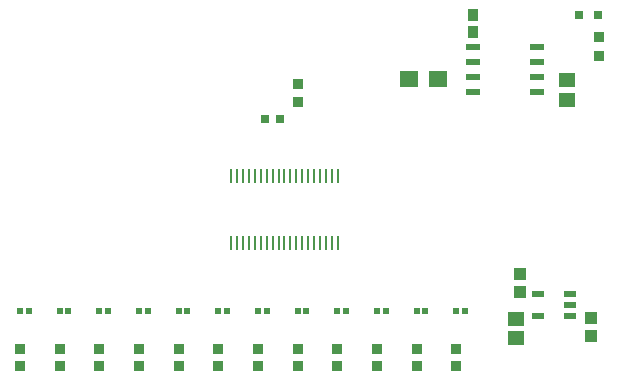
<source format=gtp>
G04*
G04 #@! TF.GenerationSoftware,Altium Limited,Altium Designer,18.1.11 (251)*
G04*
G04 Layer_Color=8421504*
%FSLAX25Y25*%
%MOIN*%
G70*
G01*
G75*
%ADD17R,0.03740X0.04331*%
%ADD18R,0.05512X0.04921*%
%ADD19R,0.06496X0.05512*%
%ADD20R,0.05709X0.05118*%
%ADD21R,0.03543X0.03347*%
%ADD22R,0.03150X0.03150*%
%ADD23R,0.03150X0.03150*%
%ADD24R,0.04921X0.02362*%
%ADD25R,0.03937X0.04134*%
%ADD26R,0.03937X0.02362*%
%ADD27O,0.00984X0.04724*%
%ADD28R,0.03543X0.03740*%
%ADD29R,0.02284X0.02047*%
D17*
X456693Y417421D02*
D03*
Y411909D02*
D03*
D18*
X488091Y395866D02*
D03*
Y389370D02*
D03*
D19*
X435335Y396161D02*
D03*
X444980D02*
D03*
D20*
X470964Y310039D02*
D03*
Y316339D02*
D03*
D21*
X398300Y394651D02*
D03*
Y388549D02*
D03*
X498819Y404035D02*
D03*
Y410138D02*
D03*
D22*
X392191Y383000D02*
D03*
X387270D02*
D03*
D23*
X498429Y417421D02*
D03*
X491929D02*
D03*
D24*
X456543Y407000D02*
D03*
Y402000D02*
D03*
Y397000D02*
D03*
Y392000D02*
D03*
X478000Y407000D02*
D03*
Y402000D02*
D03*
Y397000D02*
D03*
Y392000D02*
D03*
D25*
X496068Y310485D02*
D03*
Y316390D02*
D03*
X472469Y331091D02*
D03*
Y325185D02*
D03*
D26*
X478255Y317098D02*
D03*
Y324578D02*
D03*
X489082D02*
D03*
Y320838D02*
D03*
Y317098D02*
D03*
D27*
X411537Y363841D02*
D03*
X409569D02*
D03*
X407600D02*
D03*
X405631D02*
D03*
X403663D02*
D03*
X401694D02*
D03*
X399726D02*
D03*
X397758D02*
D03*
X395789D02*
D03*
X393821D02*
D03*
X391852D02*
D03*
X389883D02*
D03*
X387915D02*
D03*
X385946D02*
D03*
X383978D02*
D03*
X382010D02*
D03*
X380041D02*
D03*
X378072D02*
D03*
X376104D02*
D03*
X411537Y341400D02*
D03*
X409569D02*
D03*
X407600D02*
D03*
X405631D02*
D03*
X403663D02*
D03*
X401694D02*
D03*
X399726D02*
D03*
X397758D02*
D03*
X395789D02*
D03*
X393821D02*
D03*
X391852D02*
D03*
X389883D02*
D03*
X387915D02*
D03*
X385946D02*
D03*
X383978D02*
D03*
X382010D02*
D03*
X380041D02*
D03*
X378072D02*
D03*
X376104D02*
D03*
D28*
X451100Y306154D02*
D03*
Y300446D02*
D03*
X437882Y306154D02*
D03*
Y300446D02*
D03*
X424664Y306154D02*
D03*
Y300446D02*
D03*
X411445Y306154D02*
D03*
Y300446D02*
D03*
X398227Y306154D02*
D03*
Y300446D02*
D03*
X385009Y306154D02*
D03*
Y300446D02*
D03*
X371791Y306154D02*
D03*
Y300446D02*
D03*
X358573Y306154D02*
D03*
Y300446D02*
D03*
X345355Y306154D02*
D03*
Y300446D02*
D03*
X332136Y306154D02*
D03*
Y300446D02*
D03*
X318918Y306154D02*
D03*
Y300446D02*
D03*
X305700Y306154D02*
D03*
Y300446D02*
D03*
D29*
Y319000D02*
D03*
X308613D02*
D03*
X318918D02*
D03*
X321832D02*
D03*
X332136D02*
D03*
X335050D02*
D03*
X345355D02*
D03*
X348268D02*
D03*
X358573D02*
D03*
X361486D02*
D03*
X371791D02*
D03*
X374704D02*
D03*
X385009D02*
D03*
X387923D02*
D03*
X398227D02*
D03*
X401141D02*
D03*
X411445D02*
D03*
X414359D02*
D03*
X424664D02*
D03*
X427577D02*
D03*
X437882D02*
D03*
X440795D02*
D03*
X451100D02*
D03*
X454013D02*
D03*
M02*

</source>
